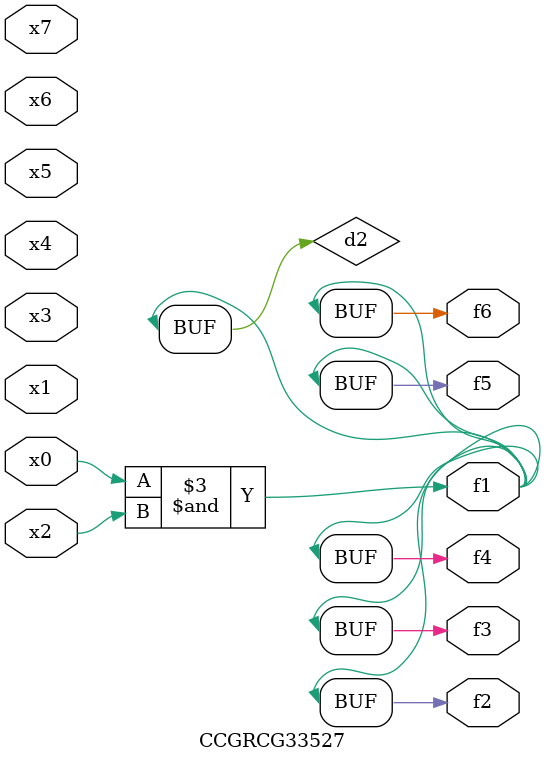
<source format=v>
module CCGRCG33527(
	input x0, x1, x2, x3, x4, x5, x6, x7,
	output f1, f2, f3, f4, f5, f6
);

	wire d1, d2;

	nor (d1, x3, x6);
	and (d2, x0, x2);
	assign f1 = d2;
	assign f2 = d2;
	assign f3 = d2;
	assign f4 = d2;
	assign f5 = d2;
	assign f6 = d2;
endmodule

</source>
